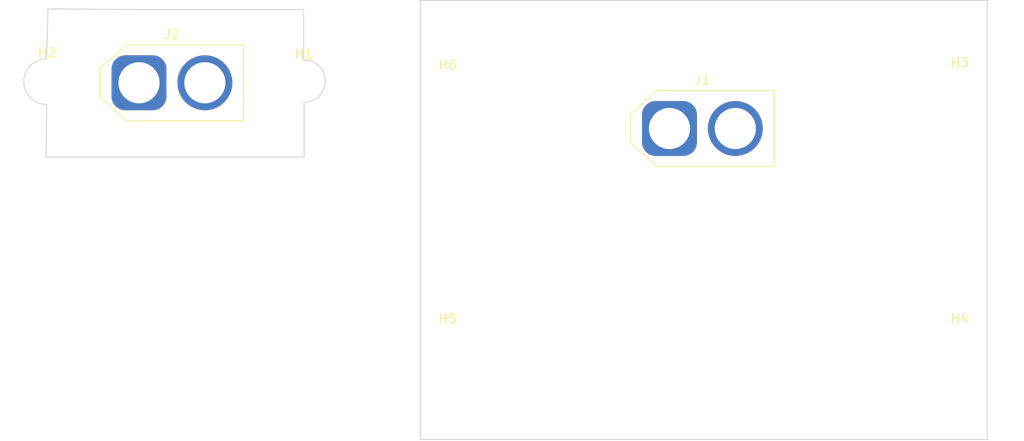
<source format=kicad_pcb>
(kicad_pcb (version 20211014) (generator pcbnew)
  (layers (0 "F.Cu" signal) (31 "B.Cu" signal) (34 "B.Paste" user) (35 "F.Paste" user) (36 "B.SilkS" user "B.Silkscreen") (37 "F.SilkS" user "F.Silkscreen") (38 "B.Mask" user) (39 "F.Mask" user) (44 "Edge.Cuts" user))
  (net 0 "")
  (footprint "MountingHole:MountingHole_2.1mm" (layer "F.Cu") (at 198.099 51.88)
    (fp_text reference "H3" (at 0 -3.2) (layer "F.SilkS"))
    (fp_text value "MountingHole")
    (pad "" np_thru_hole circle (at 0 0) (size 2.1 2.1) (drill 2.1) (layers *.Cu *.Mask))
  )
  (footprint "MountingHole:MountingHole_2.1mm" (layer "F.Cu") (at 126.365 50.927)
    (fp_text reference "H1" (at 0 -3.2) (layer "F.SilkS"))
    (fp_text value "MountingHole")
    (pad "" np_thru_hole circle (at 0 0) (size 2.1 2.1) (drill 2.1) (layers *.Cu *.Mask))
  )
  (footprint "MountingHole:MountingHole_2.1mm" (layer "F.Cu") (at 198.099 79.88)
    (fp_text reference "H4" (at 0 -3.2) (layer "F.SilkS"))
    (fp_text value "MountingHole")
    (pad "" np_thru_hole circle (at 0 0) (size 2.1 2.1) (drill 2.1) (layers *.Cu *.Mask))
  )
  (footprint "MountingHole:MountingHole_2.1mm" (layer "F.Cu") (at 142.099 52.13)
    (fp_text reference "H6" (at 0 -3.2) (layer "F.SilkS"))
    (fp_text value "MountingHole")
    (pad "" np_thru_hole circle (at 0 0) (size 2.1 2.1) (drill 2.1) (layers *.Cu *.Mask))
  )
  (footprint "MountingHole:MountingHole_2.1mm" (layer "F.Cu") (at 98.298 50.8)
    (fp_text reference "H2" (at 0 -3.2) (layer "F.SilkS"))
    (fp_text value "MountingHole")
    (pad "" np_thru_hole circle (at 0 0) (size 2.1 2.1) (drill 2.1) (layers *.Cu *.Mask))
  )
  (footprint "Connector_AMASS:AMASS_XT60-M_1x02_P7.20mm_Vertical" (layer "F.Cu") (at 108.349 50.88)
    (fp_text reference "J2" (at 3.6 -5.3 180) (layer "F.SilkS"))
    (fp_text value "Conn_01x02_Female")
    (fp_line (start -1.4 4.15) (end 11.45 4.15) (layer "F.SilkS") (width 0.12))
    (fp_line (start 11.45 -4.15) (end -1.4 -4.15) (layer "F.SilkS") (width 0.12))
    (fp_line (start -4.25 -1.6) (end -4.25 1.55) (layer "F.SilkS") (width 0.12))
    (fp_line (start -4.25 1.55) (end -1.4 4.15) (layer "F.SilkS") (width 0.12))
    (fp_line (start -1.4 -4.15) (end -4.25 -1.6) (layer "F.SilkS") (width 0.12))
    (fp_line (start 11.45 4.15) (end 11.45 -4.15) (layer "F.SilkS") (width 0.12))
    (pad "1" thru_hole roundrect (at 0 0) (size 6 6) (drill 4.5) (layers *.Cu *.Mask))
    (pad "2" thru_hole circle (at 7.2 0) (size 6 6) (drill 4.5) (layers *.Cu *.Mask))
  )
  (footprint "Connector_AMASS:AMASS_XT60-F_1x02_P7.20mm_Vertical" (layer "F.Cu") (at 166.349 55.88)
    (fp_text reference "J1" (at 3.6 -5.3 180) (layer "F.SilkS"))
    (fp_text value "Conn_01x02_Male")
    (fp_line (start 11.45 -4.15) (end -1.4 -4.15) (layer "F.SilkS") (width 0.12))
    (fp_line (start -1.4 4.15) (end 11.45 4.15) (layer "F.SilkS") (width 0.12))
    (fp_line (start -4.25 -1.6) (end -4.25 1.55) (layer "F.SilkS") (width 0.12))
    (fp_line (start -4.25 1.55) (end -1.4 4.15) (layer "F.SilkS") (width 0.12))
    (fp_line (start 11.45 4.15) (end 11.45 -4.15) (layer "F.SilkS") (width 0.12))
    (fp_line (start -1.4 -4.15) (end -4.25 -1.6) (layer "F.SilkS") (width 0.12))
    (pad "1" thru_hole roundrect (at 0 0) (size 6 6) (drill 4.5) (layers *.Cu *.Mask))
    (pad "2" thru_hole circle (at 7.2 0) (size 6 6) (drill 4.5) (layers *.Cu *.Mask))
  )
  (footprint "MountingHole:MountingHole_2.1mm" (layer "F.Cu") (at 142.099 79.88)
    (fp_text reference "H5" (at 0 -3.2) (layer "F.SilkS"))
    (fp_text value "MountingHole")
    (pad "" np_thru_hole circle (at 0 0) (size 2.1 2.1) (drill 2.1) (layers *.Cu *.Mask))
  )
  (gr_line (start 126.4 53.009072) (end 126.4 59) (layer "Edge.Cuts") (width 0.1))
  (gr_arc (start 126.349 48.38) (mid 128.714676 50.668753) (end 126.4 53.009072) (layer "Edge.Cuts") (width 0.1))
  (gr_line (start 98.2 59) (end 98.25 53.25) (layer "Edge.Cuts") (width 0.1))
  (gr_line (start 98.25 48.25) (end 98.4 42.8) (layer "Edge.Cuts") (width 0.1))
  (gr_line (start 126.349 42.88) (end 126.349 48.38) (layer "Edge.Cuts") (width 0.1))
  (gr_line (start 126.4 59) (end 98.2 59) (layer "Edge.Cuts") (width 0.1))
  (gr_rect (start 201.099 89.88) (end 139.099 41.88) (layer "Edge.Cuts") (width 0.1) (fill none))
  (gr_line (start 108.099 42.88) (end 126.349 42.88) (layer "Edge.Cuts") (width 0.1))
  (gr_arc (start 98.25 53.25) (mid 95.75 50.75) (end 98.25 48.25) (layer "Edge.Cuts") (width 0.1))
  (gr_line (start 98.4 42.8) (end 108.099 42.88) (layer "Edge.Cuts") (width 0.1))
)
</source>
